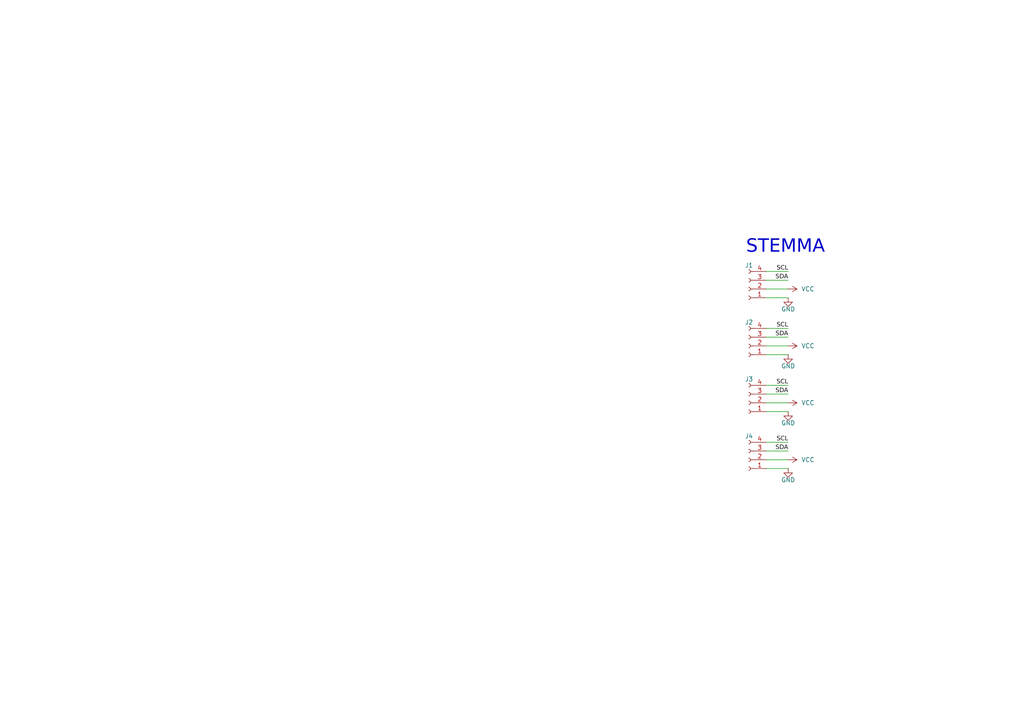
<source format=kicad_sch>
(kicad_sch (version 20231120) (generator "eeschema") (generator_version "8.0")
  (paper "A4")
  (lib_symbols
    (symbol "Connector:Conn_01x04_Socket" (pin_names (offset 1.016) hide)
      (property "Reference" "J" (at 0 5.08 0))
      (property "Value" "Conn_01x04_Socket" (at 0 -7.62 0))
      (symbol "Conn_01x04_Socket_1_1"
        (arc (start 0 -4.572) (mid -0.5058 -5.08) (end 0 -5.588) (stroke (width 0.1524)))
        (arc (start 0 -2.032) (mid -0.5058 -2.54) (end 0 -3.048) (stroke (width 0.1524)))
        (polyline (pts (xy -1.27 -5.08) (xy -0.508 -5.08)) (stroke (width 0.1524)))
        (polyline (pts (xy -1.27 -2.54) (xy -0.508 -2.54)) (stroke (width 0.1524)))
        (polyline (pts (xy -1.27 0) (xy -0.508 0)) (stroke (width 0.1524)))
        (polyline (pts (xy -1.27 2.54) (xy -0.508 2.54)) (stroke (width 0.1524)))
        (arc (start 0 0.508) (mid -0.5058 0) (end 0 -0.508) (stroke (width 0.1524)))
        (arc (start 0 3.048) (mid -0.5058 2.54) (end 0 2.032) (stroke (width 0.1524)))
        (pin passive line (at -5.08 2.54 0) (length 3.81) (name "Pin_1") (number "1"))
        (pin passive line (at -5.08 0 0) (length 3.81) (name "Pin_2") (number "2"))
        (pin passive line (at -5.08 -2.54 0) (length 3.81) (name "Pin_3") (number "3"))
        (pin passive line (at -5.08 -5.08 0) (length 3.81) (name "Pin_4") (number "4"))
      )
    )
    (symbol "power:GND" (power) (pin_numbers hide) (pin_names (offset 0) hide)
      (property "Value" "GND" (at 0 -3.81 0))
      (symbol "GND_0_1"
        (polyline (pts (xy 0 0) (xy 0 -1.27) (xy 1.27 -1.27) (xy 0 -2.54) (xy -1.27 -1.27) (xy 0 -1.27)))
      )
      (symbol "GND_1_1"
        (pin power_in line (at 0 0 270) (length 0) (name "~") (number "1"))
      )
    )
    (symbol "power:VCC" (power) (pin_numbers hide) (pin_names (offset 0) hide)
      (property "Value" "VCC" (at 0 3.556 0))
      (symbol "VCC_0_1"
        (polyline (pts (xy -0.762 1.27) (xy 0 2.54)))
        (polyline (pts (xy 0 0) (xy 0 2.54)))
        (polyline (pts (xy 0 2.54) (xy 0.762 1.27)))
      )
      (symbol "VCC_1_1"
        (pin power_in line (at 0 0 90) (length 0) (name "~") (number "1"))
      )
    )
  )
  (wire (pts (xy 222.25 100.33) (xy 228.6 100.33)))
  (wire (pts (xy 222.25 83.82) (xy 228.6 83.82)))
  (wire (pts (xy 228.6 95.25) (xy 222.25 95.25)))
  (wire (pts (xy 222.25 116.84) (xy 228.6 116.84)))
  (wire (pts (xy 222.25 102.87) (xy 228.6 102.87)))
  (wire (pts (xy 228.6 81.28) (xy 222.25 81.28)))
  (wire (pts (xy 228.6 78.74) (xy 222.25 78.74)))
  (wire (pts (xy 228.6 130.81) (xy 222.25 130.81)))
  (wire (pts (xy 228.6 128.27) (xy 222.25 128.27)))
  (wire (pts (xy 222.25 133.35) (xy 228.6 133.35)))
  (wire (pts (xy 228.6 97.79) (xy 222.25 97.79)))
  (wire (pts (xy 222.25 119.38) (xy 228.6 119.38)))
  (wire (pts (xy 228.6 111.76) (xy 222.25 111.76)))
  (wire (pts (xy 222.25 86.36) (xy 228.6 86.36)))
  (wire (pts (xy 222.25 135.89) (xy 228.6 135.89)))
  (wire (pts (xy 228.6 114.3) (xy 222.25 114.3)))
  (text "STEMMA" (at 227.838 72.644 0) (effects (font (size 3.81 3.81))))
  (label "SDA" (at 228.6 97.79 180))
  (label "SDA" (at 228.6 114.3 180))
  (label "SCL" (at 228.6 128.27 180))
  (label "SDA" (at 228.6 81.28 180))
  (label "SCL" (at 228.6 111.76 180))
  (label "SDA" (at 228.6 130.81 180))
  (label "SCL" (at 228.6 78.74 180))
  (label "SCL" (at 228.6 95.25 180))
  (symbol (lib_id "power:VCC") (at 228.6 100.33 270) (unit 1)
    (property "Reference" "#PWR01" (effects (hide yes)))
    (property "Value" "VCC" (at 232.41 100.3299 90) (effects (justify left)))
    (property "Description" "Power symbol creates a global label with name \"VCC\"" (effects (hide yes)))
  )
  (symbol (lib_id "power:GND") (at 228.6 135.89 0) (unit 1)
    (property "Reference" "#PWR08" (effects (hide yes)))
    (property "Value" "GND" (at 228.6 139.192 0))
    (property "Description" "Power symbol creates a global label with name \"GND\" , ground" (effects (hide yes)))
  )
  (symbol (lib_id "power:VCC") (at 228.6 83.82 270) (unit 1)
    (property "Reference" "#PWR03" (effects (hide yes)))
    (property "Value" "VCC" (at 232.41 83.8199 90) (effects (justify left)))
    (property "Description" "Power symbol creates a global label with name \"VCC\"" (effects (hide yes)))
  )
  (symbol (lib_id "power:GND") (at 228.6 119.38 0) (unit 1)
    (property "Reference" "#PWR06" (effects (hide yes)))
    (property "Value" "GND" (at 228.6 122.682 0))
    (property "Description" "Power symbol creates a global label with name \"GND\" , ground" (effects (hide yes)))
  )
  (symbol (lib_id "power:GND") (at 228.6 102.87 0) (unit 1)
    (property "Reference" "#PWR02" (effects (hide yes)))
    (property "Value" "GND" (at 228.6 106.172 0))
    (property "Description" "Power symbol creates a global label with name \"GND\" , ground" (effects (hide yes)))
  )
  (symbol (lib_id "Connector:Conn_01x04_Socket") (at 217.17 83.82 180) (unit 1)
    (property "Reference" "J1" (at 218.44 76.962 0) (effects (justify left)))
    (property "Value" "Conn_01x04_Socket" (effects (hide yes)))
    (property "Footprint" "adafruit-connectors:JST_SH4" (effects (hide yes)))
    (property "Description" "Generic connector, single row, 01x04, script generated" (effects (hide yes)))
  )
  (symbol (lib_id "power:GND") (at 228.6 86.36 0) (unit 1)
    (property "Reference" "#PWR04" (effects (hide yes)))
    (property "Value" "GND" (at 228.6 89.662 0))
    (property "Description" "Power symbol creates a global label with name \"GND\" , ground" (effects (hide yes)))
  )
  (symbol (lib_id "Connector:Conn_01x04_Socket") (at 217.17 116.84 180) (unit 1)
    (property "Reference" "J3" (at 218.44 109.982 0) (effects (justify left)))
    (property "Value" "Conn_01x04_Socket" (effects (hide yes)))
    (property "Footprint" "sparkfun-connectors:JST_SMD_1.0mm-4_Vertical" (effects (hide yes)))
    (property "Description" "Generic connector, single row, 01x04, script generated" (effects (hide yes)))
  )
  (symbol (lib_id "Connector:Conn_01x04_Socket") (at 217.17 100.33 180) (unit 1)
    (property "Reference" "J2" (at 218.44 93.472 0) (effects (justify left)))
    (property "Value" "Conn_01x04_Socket" (effects (hide yes)))
    (property "Footprint" "sparkfun-connectors:JST_SMD_1.0mm-4_Vertical" (effects (hide yes)))
    (property "Description" "Generic connector, single row, 01x04, script generated" (effects (hide yes)))
  )
  (symbol (lib_id "Connector:Conn_01x04_Socket") (at 217.17 133.35 180) (unit 1)
    (property "Reference" "J4" (at 218.44 126.492 0) (effects (justify left)))
    (property "Value" "Conn_01x04_Socket" (effects (hide yes)))
    (property "Footprint" "adafruit-connectors:JST_SH4" (effects (hide yes)))
    (property "Description" "Generic connector, single row, 01x04, script generated" (effects (hide yes)))
  )
  (symbol (lib_id "power:VCC") (at 228.6 116.84 270) (unit 1)
    (property "Reference" "#PWR05" (effects (hide yes)))
    (property "Value" "VCC" (at 232.41 116.8399 90) (effects (justify left)))
    (property "Description" "Power symbol creates a global label with name \"VCC\"" (effects (hide yes)))
  )
  (symbol (lib_id "power:VCC") (at 228.6 133.35 270) (unit 1)
    (property "Reference" "#PWR07" (effects (hide yes)))
    (property "Value" "VCC" (at 232.41 133.3499 90) (effects (justify left)))
    (property "Description" "Power symbol creates a global label with name \"VCC\"" (effects (hide yes)))
  )
)
</source>
